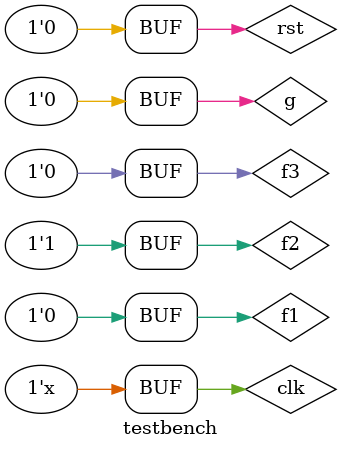
<source format=v>

module testbench ;

 reg  clk, rst;
 reg  g, f1, f2, f3 ;
 wire [1:0] floor;
 
 
 always #20 clk = ~clk ;
 
 elevator ev (.clk(clk), .rst(rst), .g(g), .f1(f1), .f2(f2), .f3(f3), .floor(floor));
 
 initial begin
 
  clk = 0;
  rst = 1;
  #10 rst  = 0;
  
  f1 = 1'b1;g = 1'b0 ; f2 = 1'b0 ; f3 = 1'b0 ;
  #150 f2 = 1'b1 ; f1 = 1'b0;
  #150 f3 = 1'b1 ; f2 = 1'b0 ;
  #150 f1 = 1'b1 ; f3 = 1'b0;
  #150 f3 = 1'b1 ; f1 = 1'b0;
  #150 g = 1'b1 ; f3 = 1'b0;
  #150 f2 = 1'b1 ; g = 1'b0 ;
end  

endmodule

</source>
